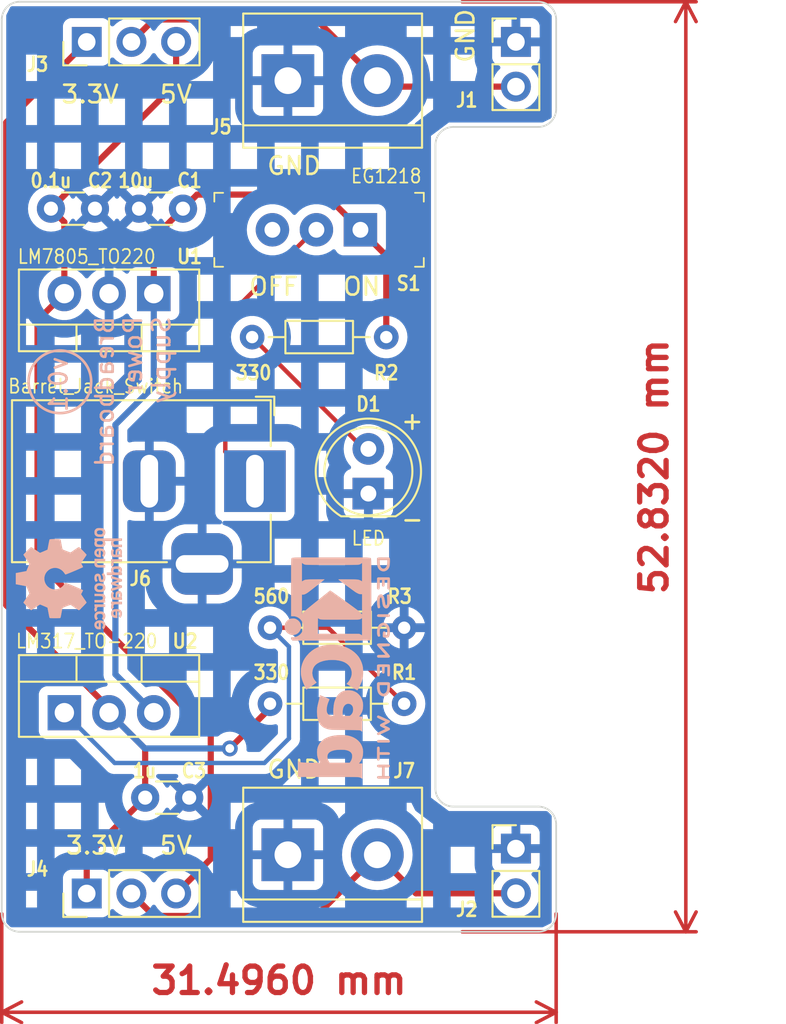
<source format=kicad_pcb>
(kicad_pcb (version 20221018) (generator pcbnew)
  (title_block (title "Learning KiCad with a simple project") (date "2023-06-21") (rev "2") (company "Filippo Graziani"))
  (layers (0 "F.Cu" signal) (31 "B.Cu" signal) (34 "B.Paste" user) (35 "F.Paste" user) (36 "B.SilkS" user "B.Silkscreen") (37 "F.SilkS" user "F.Silkscreen") (38 "B.Mask" user) (39 "F.Mask" user) (44 "Edge.Cuts" user))
  (net 0 "")
  (net 1 "/12V")
  (net 2 "GND")
  (net 3 "/5V")
  (net 4 "/3.3V")
  (net 5 "Net-(D1-A)")
  (net 6 "/PWR_OUT_TOP")
  (net 7 "/PWR_input")
  (net 8 "Net-(U2-ADJ)")
  (net 10 "/PWR_OUT_BOTTOM")
  (footprint "Resistor_THT:R_Axial_DIN0204_L3.6mm_D1.6mm_P7.62mm_Horizontal" (layer "F.Cu") (at 105.41 94.234)
    (fp_text reference "R3" (at 7.366 -1.778) (layer "F.SilkS") (effects (font (size 0.8 0.7))))
    (fp_text value "560" (at -1.016 -1.778) (layer "F.SilkS") (effects (font (size 0.8 0.7)) (justify left)))
    (pad "1" thru_hole circle (at 0 0) (size 1.4 1.4) (drill 0.7) (layers "*.Cu" "*.Mask") (net 8 "Net-(U2-ADJ)"))
    (pad "2" thru_hole oval (at 7.62 0) (size 1.4 1.4) (drill 0.7) (layers "*.Cu" "*.Mask") (net 2 "GND"))
  )
  (footprint "TerminalBlock:TerminalBlock_bornier-2_P5.08mm" (layer "F.Cu") (at 106.426 63.155)
    (fp_text reference "J5" (at -3.81 2.631) (layer "F.SilkS") (effects (font (size 0.8 0.7))))
    (fp_text value "Screw_Terminal_01x02" hide)
    (pad "1" thru_hole rect locked (at 0 0) (size 3 3) (drill 1.52) (layers "*.Cu" "*.Mask") (net 2 "GND"))
    (pad "2" thru_hole circle locked (at 5.08 0) (size 3 3) (drill 1.52) (layers "*.Cu" "*.Mask") (net 6 "/PWR_OUT_TOP"))
  )
  (footprint "Capacitor_THT:C_Disc_D3.0mm_W1.6mm_P2.50mm" (layer "F.Cu") (at 98.318 103.886)
    (fp_text reference "C3" (at 2.774 -1.524) (layer "F.SilkS") (effects (font (size 0.8 0.7))))
    (fp_text value "1u" (at -0.782 -1.524) (layer "F.SilkS") (effects (font (size 0.8 0.7)) (justify left)))
    (pad "1" thru_hole circle (at 0 0) (size 1.6 1.6) (drill 0.8) (layers "*.Cu" "*.Mask") (net 4 "/3.3V"))
    (pad "2" thru_hole circle (at 2.5 0) (size 1.6 1.6) (drill 0.8) (layers "*.Cu" "*.Mask") (net 2 "GND"))
  )
  (footprint "Connector_PinHeader_2.54mm:PinHeader_1x02_P2.54mm_Vertical" (layer "F.Cu") (at 119.38 60.955)
    (fp_text reference "J1" (at -2.794 3.307) (layer "F.SilkS") (effects (font (size 0.8 0.7))))
    (fp_text value "Conn_01x02_Pin" hide)
    (pad "1" thru_hole rect locked (at 0 0) (size 1.7 1.7) (drill 1) (layers "*.Cu" "*.Mask") (net 2 "GND"))
    (pad "2" thru_hole oval locked (at 0 2.54) (size 1.7 1.7) (drill 1) (layers "*.Cu" "*.Mask") (net 6 "/PWR_OUT_TOP"))
  )
  (footprint "Resistor_THT:R_Axial_DIN0204_L3.6mm_D1.6mm_P7.62mm_Horizontal" (layer "F.Cu") (at 112.014 77.724 180)
    (fp_text reference "R2" (at 0 -2.032) (layer "F.SilkS") (effects (font (size 0.8 0.7))))
    (fp_text value "330" (at 8.636 -2.032) (layer "F.SilkS") (effects (font (size 0.8 0.7)) (justify left)))
    (pad "1" thru_hole circle locked (at 0 0 180) (size 1.4 1.4) (drill 0.7) (layers "*.Cu" "*.Mask") (net 1 "/12V"))
    (pad "2" thru_hole oval locked (at 7.62 0 180) (size 1.4 1.4) (drill 0.7) (layers "*.Cu" "*.Mask") (net 5 "Net-(D1-A)"))
  )
  (footprint "Connector_BarrelJack:BarrelJack_Horizontal" (layer "F.Cu") (at 104.552 85.9105)
    (fp_text reference "J6" (at -6.508 5.5295) (layer "F.SilkS") (effects (font (size 0.8 0.7))))
    (fp_text value "Barrel_Jack_Switch" (at -9.048 -5.3925) (layer "F.SilkS") (effects (font (size 0.8 0.7) (thickness 0.1))))
    (pad "1" thru_hole rect (at 0 0) (size 3.5 3.5) (drill oval 1 3) (layers "*.Cu" "*.Mask") (net 7 "/PWR_input"))
    (pad "2" thru_hole roundrect (at -6 0) (size 3 3.5) (drill oval 1 3) (layers "*.Cu" "*.Mask") (net 2 "GND"))
    (pad "3" thru_hole roundrect (at -3 4.7) (size 3.5 3.5) (drill oval 3 1) (layers "*.Cu" "*.Mask") (net 2 "GND"))
  )
  (footprint "Capacitor_THT:C_Disc_D3.0mm_W1.6mm_P2.50mm" (layer "F.Cu") (at 100.466 70.428 180)
    (fp_text reference "C1" (at -0.372 1.594) (layer "F.SilkS") (effects (font (size 0.8 0.7))))
    (fp_text value "10u" (at 2.676 1.594) (layer "F.SilkS") (effects (font (size 0.8 0.7))))
    (pad "1" thru_hole circle (at 0 0 180) (size 1.6 1.6) (drill 0.8) (layers "*.Cu" "*.Mask") (net 1 "/12V"))
    (pad "2" thru_hole circle (at 2.5 0 180) (size 1.6 1.6) (drill 0.8) (layers "*.Cu" "*.Mask") (net 2 "GND"))
  )
  (footprint "Capacitor_THT:C_Disc_D3.0mm_W1.6mm_P2.50mm" (layer "F.Cu") (at 92.964 70.428)
    (fp_text reference "C2" (at 2.794 -1.594) (layer "F.SilkS") (effects (font (size 0.8 0.7))))
    (fp_text value "0.1u" (at 0 -1.594) (layer "F.SilkS") (effects (font (size 0.8 0.7))))
    (pad "1" thru_hole circle (at 0 0) (size 1.6 1.6) (drill 0.8) (layers "*.Cu" "*.Mask") (net 3 "/5V"))
    (pad "2" thru_hole circle (at 2.5 0) (size 1.6 1.6) (drill 0.8) (layers "*.Cu" "*.Mask") (net 2 "GND"))
  )
  (footprint "Package_TO_SOT_THT:TO-220-3_Vertical" (layer "F.Cu") (at 98.806 75.255 180)
    (fp_text reference "U1" (at -2.032 2.103) (layer "F.SilkS") (effects (font (size 0.8 0.7))))
    (fp_text value "LM7805_TO220" (at 3.81 2.103) (layer "F.SilkS") (effects (font (size 0.8 0.7) (thickness 0.1))))
    (pad "1" thru_hole rect (at 0 0 180) (size 1.905 2) (drill 1.1) (layers "*.Cu" "*.Mask") (net 1 "/12V"))
    (pad "2" thru_hole oval (at 2.54 0 180) (size 1.905 2) (drill 1.1) (layers "*.Cu" "*.Mask") (net 2 "GND"))
    (pad "3" thru_hole oval (at 5.08 0 180) (size 1.905 2) (drill 1.1) (layers "*.Cu" "*.Mask") (net 3 "/5V"))
  )
  (footprint "Connector_PinHeader_2.54mm:PinHeader_1x03_P2.54mm_Vertical" (layer "F.Cu") (at 94.996 60.955 90)
    (fp_text reference "J3" (at -1.275 -2.794 180) (layer "F.SilkS") (effects (font (size 0.8 0.7))))
    (fp_text value "Conn_01x03_Pin" hide)
    (pad "1" thru_hole rect locked (at 0 0 90) (size 1.7 1.7) (drill 1) (layers "*.Cu" "*.Mask") (net 4 "/3.3V"))
    (pad "2" thru_hole oval locked (at 0 2.54 90) (size 1.7 1.7) (drill 1) (layers "*.Cu" "*.Mask") (net 6 "/PWR_OUT_TOP"))
    (pad "3" thru_hole oval locked (at 0 5.08 90) (size 1.7 1.7) (drill 1) (layers "*.Cu" "*.Mask") (net 3 "/5V"))
  )
  (footprint "LED_THT:LED_D5.0mm" (layer "F.Cu") (at 110.998 86.614 90)
    (fp_text reference "D1" (at 5.08 0 180) (layer "F.SilkS") (effects (font (size 0.8 0.7))))
    (fp_text value "LED" (at -2.54 0 180) (layer "F.SilkS") (effects (font (size 0.8 0.7) (thickness 0.1))))
    (pad "1" thru_hole rect (at 0 0 90) (size 1.8 1.8) (drill 0.9) (layers "*.Cu" "*.Mask") (net 2 "GND"))
    (pad "2" thru_hole circle (at 2.54 0 90) (size 1.8 1.8) (drill 0.9) (layers "*.Cu" "*.Mask") (net 5 "Net-(D1-A)"))
  )
  (footprint "Package_TO_SOT_THT:TO-220-3_Vertical" (layer "F.Cu") (at 93.726 99.06)
    (fp_text reference "U2" (at 6.858 -4.064) (layer "F.SilkS") (effects (font (size 0.8 0.7))))
    (fp_text value "LM317_TO-220" (at 1.27 -4.064) (layer "F.SilkS") (effects (font (size 0.8 0.7) (thickness 0.1))))
    (pad "1" thru_hole rect (at 0 0) (size 1.905 2) (drill 1.1) (layers "*.Cu" "*.Mask") (net 8 "Net-(U2-ADJ)"))
    (pad "2" thru_hole oval (at 2.54 0) (size 1.905 2) (drill 1.1) (layers "*.Cu" "*.Mask") (net 4 "/3.3V"))
    (pad "3" thru_hole oval (at 5.08 0) (size 1.905 2) (drill 1.1) (layers "*.Cu" "*.Mask") (net 1 "/12V"))
  )
  (footprint "TerminalBlock:TerminalBlock_bornier-2_P5.08mm" (layer "F.Cu") (at 106.426 107.1316)
    (fp_text reference "J7" (at 6.604 -4.7696) (layer "F.SilkS") (effects (font (size 0.8 0.7))))
    (fp_text value "Screw_Terminal_01x02" hide)
    (pad "1" thru_hole rect locked (at 0 0) (size 3 3) (drill 1.52) (layers "*.Cu" "*.Mask") (net 2 "GND"))
    (pad "2" thru_hole circle locked (at 5.08 0) (size 3 3) (drill 1.52) (layers "*.Cu" "*.Mask") (net 10 "/PWR_OUT_BOTTOM"))
  )
  (footprint "Resistor_THT:R_Axial_DIN0204_L3.6mm_D1.6mm_P7.62mm_Horizontal" (layer "F.Cu") (at 105.41 98.552)
    (fp_text reference "R1" (at 7.62 -1.778) (layer "F.SilkS") (effects (font (size 0.8 0.7))))
    (fp_text value "330" (at -1.016 -1.778) (layer "F.SilkS") (effects (font (size 0.8 0.7)) (justify left)))
    (pad "1" thru_hole circle (at 0 0) (size 1.4 1.4) (drill 0.7) (layers "*.Cu" "*.Mask") (net 4 "/3.3V"))
    (pad "2" thru_hole oval (at 7.62 0) (size 1.4 1.4) (drill 0.7) (layers "*.Cu" "*.Mask") (net 8 "Net-(U2-ADJ)"))
  )
  (footprint "Connector_PinHeader_2.54mm:PinHeader_1x02_P2.54mm_Vertical" (layer "F.Cu") (at 119.38 106.7816)
    (fp_text reference "J2" (at -2.794 3.4544) (layer "F.SilkS") (effects (font (size 0.8 0.7))))
    (fp_text value "Conn_01x02_Pin" hide)
    (pad "1" thru_hole rect locked (at 0 0) (size 1.7 1.7) (drill 1) (layers "*.Cu" "*.Mask") (net 2 "GND"))
    (pad "2" thru_hole oval locked (at 0 2.54) (size 1.7 1.7) (drill 1) (layers "*.Cu" "*.Mask") (net 10 "/PWR_OUT_BOTTOM"))
  )
  (footprint "digikey-footprints:Switch_Slide_11.6x4mm_EG1218" (layer "F.Cu") (at 110.546 71.628 180)
    (fp_text reference "S1" (at -2.738 -3.048) (layer "F.SilkS") (effects (font (size 0.8 0.7))))
    (fp_text value "EG1218" (at -1.468 3.048) (layer "F.SilkS") (effects (font (size 0.8 0.7) (thickness 0.1))))
    (pad "1" thru_hole rect locked (at 0 0 180) (size 1.9 1.9) (drill 0.9) (layers "*.Cu" "*.Mask") (net 1 "/12V"))
    (pad "2" thru_hole circle locked (at 2.5 0 180) (size 1.9 1.9) (drill 0.9) (layers "*.Cu" "*.Mask") (net 7 "/PWR_input"))
    (pad "3" thru_hole circle locked (at 5 0 180) (size 1.9 1.9) (drill 0.9) (layers "*.Cu" "*.Mask"))
  )
  (footprint "Connector_PinHeader_2.54mm:PinHeader_1x03_P2.54mm_Vertical" (layer "F.Cu") (at 94.996 109.3316 90)
    (fp_text reference "J4" (at 1.3816 -2.794 180) (layer "F.SilkS") (effects (font (size 0.8 0.7))))
    (fp_text value "Conn_01x03_Pin" hide)
    (pad "1" thru_hole rect locked (at 0 0 90) (size 1.7 1.7) (drill 1) (layers "*.Cu" "*.Mask") (net 4 "/3.3V"))
    (pad "2" thru_hole oval locked (at 0 2.54 90) (size 1.7 1.7) (drill 1) (layers "*.Cu" "*.Mask") (net 10 "/PWR_OUT_BOTTOM"))
    (pad "3" thru_hole oval locked (at 0 5.08 90) (size 1.7 1.7) (drill 1) (layers "*.Cu" "*.Mask") (net 3 "/5V"))
  )
  (footprint "Symbol:OSHW-Logo_5.7x6mm_SilkScreen" (layer "B.Cu") (at 93.98 91.44 -90)
    (fp_text reference "REF**" hide)
    (fp_text value "OSHW-Logo_5.7x6mm_SilkScreen" hide)
  )
  (footprint "Symbol:KiCad-Logo2_5mm_SilkScreen" (layer "B.Cu") (at 109.22 96.52 -90)
    (fp_text reference "REF**" hide)
    (fp_text value "KiCad-Logo2_5mm_SilkScreen" hide)
  )
  (gr_circle (center 93.472 80.264) (end 95.25 80.264) (stroke (width 0.15)) (fill none) (layer "B.SilkS"))
  (gr_line (start 90.17 59.69) (end 90.17 110.49) (stroke (width 0.1)) (layer "Edge.Cuts"))
  (gr_line (start 91.186 111.506) (end 120.65 111.506) (stroke (width 0.1)) (layer "Edge.Cuts"))
  (gr_arc (start 114.808 66.802) (mid 115.10558 66.08358) (end 115.824 65.786) (stroke (width 0.1)) (layer "Edge.Cuts"))
  (gr_arc (start 121.666 110.49) (mid 121.36842 111.20842) (end 120.65 111.506) (stroke (width 0.1)) (layer "Edge.Cuts"))
  (gr_line (start 120.65 58.674) (end 91.186 58.674) (stroke (width 0.1)) (layer "Edge.Cuts"))
  (gr_line (start 115.824 65.786) (end 120.65 65.786) (stroke (width 0.1)) (layer "Edge.Cuts"))
  (gr_arc (start 90.17 59.69) (mid 90.46758 58.97158) (end 91.186 58.674) (stroke (width 0.1)) (layer "Edge.Cuts"))
  (gr_arc (start 115.824 104.394) (mid 115.10558 104.09642) (end 114.808 103.378) (stroke (width 0.1)) (layer "Edge.Cuts"))
  (gr_line (start 114.808 103.378) (end 114.808 66.802) (stroke (width 0.1)) (layer "Edge.Cuts"))
  (gr_arc (start 121.666 64.77) (mid 121.36842 65.48842) (end 120.65 65.786) (stroke (width 0.1)) (layer "Edge.Cuts"))
  (gr_arc (start 120.65 104.394) (mid 121.36842 104.69158) (end 121.666 105.41) (stroke (width 0.1)) (layer "Edge.Cuts"))
  (gr_line (start 120.65 104.394) (end 115.824 104.394) (stroke (width 0.1)) (layer "Edge.Cuts"))
  (gr_arc (start 91.186 111.506) (mid 90.46758 111.20842) (end 90.17 110.49) (stroke (width 0.1)) (layer "Edge.Cuts"))
  (gr_line (start 121.666 64.77) (end 121.666 59.69) (stroke (width 0.1)) (layer "Edge.Cuts"))
  (gr_arc (start 120.65 58.674) (mid 121.36842 58.97158) (end 121.666 59.69) (stroke (width 0.1)) (layer "Edge.Cuts"))
  (gr_line (start 121.666 110.49) (end 121.666 105.41) (stroke (width 0.1)) (layer "Edge.Cuts"))
  (gr_text "Breadboard\nPower\nSupply" (at 99.822 76.454 90) (layer "B.SilkS") (effects (font (size 1 1)) (justify left bottom mirror)))
  (gr_text "v0.1" (at 93.98 78.74 90) (layer "B.SilkS") (effects (font (size 1 1)) (justify left bottom mirror)))
  (gr_text "3.3V" (at 93.472 64.516) (layer "F.SilkS") (effects (font (size 1 1)) (justify left bottom)))
  (gr_text "ON" (at 109.474 75.438) (layer "F.SilkS") (effects (font (size 1 1)) (justify left bottom)))
  (gr_text "+" (at 112.776 83.058) (layer "F.SilkS") (effects (font (size 1 1)) (justify left bottom)))
  (gr_text "OFF" (at 104.14 75.438) (layer "F.SilkS") (effects (font (size 1 1)) (justify left bottom)))
  (gr_text "GND" (at 105.156 68.58) (layer "F.SilkS") (effects (font (size 1 1)) (justify left bottom)))
  (gr_text "5V" (at 99.06 64.516) (layer "F.SilkS") (effects (font (size 1 1)) (justify left bottom)))
  (gr_text "GND" (at 117.094 62.23 90) (layer "F.SilkS") (effects (font (size 1 1)) (justify left bottom)))
  (gr_text "GND" (at 105.156 102.87) (layer "F.SilkS") (effects (font (size 1 1)) (justify left bottom)))
  (gr_text "3.3V" (at 93.726 107.188) (layer "F.SilkS") (effects (font (size 1 1)) (justify left bottom)))
  (gr_text "5V" (at 99.06 107.188) (layer "F.SilkS") (effects (font (size 1 1)) (justify left bottom)))
  (gr_text "-" (at 112.776 88.646) (layer "F.SilkS") (effects (font (size 1 1)) (justify left bottom)))
  (dimension (type aligned) (layer "F.Cu") (pts (xy 90.17 109.982) (xy 121.666 109.982)) (height 6.095999) (gr_text "31,4960 mm" (at 105.918 114.277999) (layer "F.Cu") (effects (font (size 1.5 1.5) (thickness 0.3)))) (format (prefix "") (suffix "") (units 3) (units_format 1) (precision 4)) (style (thickness 0.2) (arrow_length 1.27) (text_position_mode 0) (extension_height 0.58642) (extension_offset 0.5) keep_text_aligned))
  (dimension (type aligned) (layer "F.Cu") (pts (xy 115.824 58.674) (xy 115.824 111.506)) (height -13.208) (gr_text "52,8320 mm" (at 127.232 85.09 90) (layer "F.Cu") (effects (font (size 1.5 1.5) (thickness 0.3)))) (format (prefix "") (suffix "") (units 3) (units_format 1) (precision 4)) (style (thickness 0.2) (arrow_length 1.27) (text_position_mode 0) (extension_height 0.58642) (extension_offset 0.5) keep_text_aligned))
  (segment (start 98.806 72.088) (end 100.466 70.428) (width 0.35) (layer "F.Cu") (net 1))
  (segment (start 110.546 71.628) (end 108.546001 69.628001) (width 0.35) (layer "F.Cu") (net 1))
  (segment (start 98.806 75.255) (end 98.806 72.088) (width 0.35) (layer "F.Cu") (net 1))
  (segment (start 112.014 73.096) (end 110.546 71.628) (width 0.35) (layer "F.Cu") (net 1))
  (segment (start 101.265999 69.628001) (end 100.466 70.428) (width 0.35) (layer "F.Cu") (net 1))
  (segment (start 112.014 77.724) (end 112.014 73.096) (width 0.35) (layer "F.Cu") (net 1))
  (segment (start 108.546001 69.628001) (end 101.265999 69.628001) (width 0.35) (layer "F.Cu") (net 1))
  (segment (start 98.806 80.518) (end 96.627 82.697) (width 0.35) (layer "B.Cu") (net 1))
  (segment (start 98.806 75.255) (end 98.806 80.518) (width 0.35) (layer "B.Cu") (net 1))
  (segment (start 96.627 82.697) (end 96.627 96.881) (width 0.35) (layer "B.Cu") (net 1))
  (segment (start 96.627 96.881) (end 98.806 99.06) (width 0.35) (layer "B.Cu") (net 1))
  (segment (start 92.202 90.460421) (end 102.043 100.301421) (width 0.35) (layer "F.Cu") (net 3))
  (segment (start 93.726 75.255) (end 92.202 76.779) (width 0.35) (layer "F.Cu") (net 3))
  (segment (start 100.076 60.955) (end 100.076 63.316) (width 0.35) (layer "F.Cu") (net 3))
  (segment (start 93.726 71.19) (end 92.964 70.428) (width 0.35) (layer "F.Cu") (net 3))
  (segment (start 100.076 63.316) (end 92.964 70.428) (width 0.35) (layer "F.Cu") (net 3))
  (segment (start 102.043 107.3646) (end 100.076 109.3316) (width 0.35) (layer "F.Cu") (net 3))
  (segment (start 93.726 75.255) (end 93.726 71.19) (width 0.35) (layer "F.Cu") (net 3))
  (segment (start 92.202 76.779) (end 92.202 90.460421) (width 0.35) (layer "F.Cu") (net 3))
  (segment (start 102.043 100.301421) (end 102.043 107.3646) (width 0.35) (layer "F.Cu") (net 3))
  (segment (start 94.996 109.3316) (end 94.996 107.208) (width 0.35) (layer "F.Cu") (net 4))
  (segment (start 90.424 65.527) (end 90.424 92.9555) (width 0.35) (layer "F.Cu") (net 4))
  (segment (start 94.996 107.208) (end 98.318 103.886) (width 0.35) (layer "F.Cu") (net 4))
  (segment (start 90.424 92.9555) (end 96.266 98.7975) (width 0.35) (layer "F.Cu") (net 4))
  (segment (start 98.318 101.112) (end 96.266 99.06) (width 0.35) (layer "F.Cu") (net 4))
  (segment (start 94.996 60.955) (end 90.424 65.527) (width 0.35) (layer "F.Cu") (net 4))
  (segment (start 105.646 98.552) (end 105.646 98.57) (width 0.35) (layer "F.Cu") (net 4))
  (segment (start 98.318 103.886) (end 98.318 101.112) (width 0.35) (layer "F.Cu") (net 4))
  (segment (start 105.646 98.57) (end 103.124 101.092) (width 0.35) (layer "F.Cu") (net 4))
  (segment (start 96.266 98.7975) (end 96.266 99.06) (width 0.35) (layer "F.Cu") (net 4))
  (via (at 103.124 101.092) (size 0.9) (drill 0.5) (layers "F.Cu" "B.Cu") (net 4))
  (segment (start 103.124 101.092) (end 98.298 101.092) (width 0.35) (layer "B.Cu") (net 4))
  (segment (start 98.298 101.092) (end 96.266 99.06) (width 0.35) (layer "B.Cu") (net 4))
  (segment (start 104.394 77.724) (end 110.744 84.074) (width 0.25) (layer "F.Cu") (net 5))
  (segment (start 110.744 84.074) (end 110.998 84.074) (width 0.25) (layer "F.Cu") (net 5))
  (segment (start 98.811 59.68) (end 108.031 59.68) (width 0.35) (layer "F.Cu") (net 6))
  (segment (start 111.846 63.495) (end 111.506 63.155) (width 0.35) (layer "F.Cu") (net 6))
  (segment (start 97.536 60.955) (end 98.811 59.68) (width 0.35) (layer "F.Cu") (net 6))
  (segment (start 119.38 63.495) (end 111.846 63.495) (width 0.35) (layer "F.Cu") (net 6))
  (segment (start 108.031 59.68) (end 111.506 63.155) (width 0.35) (layer "F.Cu") (net 6))
  (segment (start 102.87 76.708) (end 107.95 71.628) (width 0.25) (layer "F.Cu") (net 7))
  (segment (start 107.95 71.628) (end 108.046 71.628) (width 0.25) (layer "F.Cu") (net 7))
  (segment (start 104.552 85.9105) (end 102.87 84.2285) (width 0.25) (layer "F.Cu") (net 7))
  (segment (start 102.87 84.2285) (end 102.87 76.708) (width 0.25) (layer "F.Cu") (net 7))
  (segment (start 105.41 94.234) (end 108.712 94.234) (width 0.25) (layer "F.Cu") (net 8))
  (segment (start 108.712 94.234) (end 113.03 98.552) (width 0.25) (layer "F.Cu") (net 8))
  (segment (start 106.485 100.525) (end 105.093 101.917) (width 0.25) (layer "B.Cu") (net 8))
  (segment (start 106.485 95.309) (end 106.485 100.525) (width 0.25) (layer "B.Cu") (net 8))
  (segment (start 105.41 94.234) (end 106.485 95.309) (width 0.25) (layer "B.Cu") (net 8))
  (segment (start 105.093 101.917) (end 96.583 101.917) (width 0.25) (layer "B.Cu") (net 8))
  (segment (start 96.583 101.917) (end 93.726 99.06) (width 0.25) (layer "B.Cu") (net 8))
  (segment (start 119.38 109.3216) (end 113.696 109.3216) (width 0.35) (layer "F.Cu") (net 10))
  (segment (start 98.811 110.6066) (end 108.031 110.6066) (width 0.35) (layer "F.Cu") (net 10))
  (segment (start 97.536 109.3316) (end 98.811 110.6066) (width 0.35) (layer "F.Cu") (net 10))
  (segment (start 108.031 110.6066) (end 111.506 107.1316) (width 0.35) (layer "F.Cu") (net 10))
  (segment (start 113.696 109.3216) (end 111.506 107.1316) (width 0.35) (layer "F.Cu") (net 10))
  (zone (net 2) (net_name "GND") (layer "B.Cu") (connect_pads (clearance 0.5)) (min_thickness 0.25) (fill yes (mode hatch) (thermal_gap 0.5) (thermal_bridge_width 0.5) (hatch_thickness 1) (hatch_gap 1.5) (hatch_orientation 0) (hatch_border_algorithm hatch_thickness) (hatch_min_hole_area 0.3))
    (polygon (pts (xy 90.678 58.928) (xy 90.424 59.436) (xy 90.424 110.998) (xy 90.678 111.252) (xy 120.904 111.252) (xy 121.412 110.998) (xy 121.412 104.902) (xy 121.158 104.648) (xy 115.57 104.648) (xy 114.554 103.886) (xy 114.554 66.294) (xy 115.57 65.532) (xy 120.904 65.532) (xy 121.412 65.278) (xy 121.412 59.436) (xy 120.904 58.928)))
  )
)
</source>
